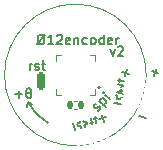
<source format=gto>
G04 #@! TF.GenerationSoftware,KiCad,Pcbnew,7.0.7*
G04 #@! TF.CreationDate,2024-03-10T20:01:59-05:00*
G04 #@! TF.ProjectId,O12encoder,4f313265-6e63-46f6-9465-722e6b696361,1*
G04 #@! TF.SameCoordinates,Original*
G04 #@! TF.FileFunction,Legend,Top*
G04 #@! TF.FilePolarity,Positive*
%FSLAX46Y46*%
G04 Gerber Fmt 4.6, Leading zero omitted, Abs format (unit mm)*
G04 Created by KiCad (PCBNEW 7.0.7) date 2024-03-10 20:01:59*
%MOMM*%
%LPD*%
G01*
G04 APERTURE LIST*
G04 Aperture macros list*
%AMRoundRect*
0 Rectangle with rounded corners*
0 $1 Rounding radius*
0 $2 $3 $4 $5 $6 $7 $8 $9 X,Y pos of 4 corners*
0 Add a 4 corners polygon primitive as box body*
4,1,4,$2,$3,$4,$5,$6,$7,$8,$9,$2,$3,0*
0 Add four circle primitives for the rounded corners*
1,1,$1+$1,$2,$3*
1,1,$1+$1,$4,$5*
1,1,$1+$1,$6,$7*
1,1,$1+$1,$8,$9*
0 Add four rect primitives between the rounded corners*
20,1,$1+$1,$2,$3,$4,$5,0*
20,1,$1+$1,$4,$5,$6,$7,0*
20,1,$1+$1,$6,$7,$8,$9,0*
20,1,$1+$1,$8,$9,$2,$3,0*%
G04 Aperture macros list end*
%ADD10C,0.150000*%
%ADD11C,0.100000*%
%ADD12C,0.120000*%
%ADD13C,0.200000*%
%ADD14RoundRect,0.150000X0.150000X0.600000X-0.150000X0.600000X-0.150000X-0.600000X0.150000X-0.600000X0*%
%ADD15RoundRect,0.140000X-0.140000X-0.170000X0.140000X-0.170000X0.140000X0.170000X-0.140000X0.170000X0*%
%ADD16RoundRect,0.075000X-0.912893X0.166963X0.874070X-0.311852X0.912893X-0.166963X-0.874070X0.311852X0*%
%ADD17R,0.711200X0.254000*%
%ADD18R,0.254000X0.711200*%
%ADD19R,1.701800X1.701800*%
%ADD20RoundRect,0.075000X0.311852X-0.874070X-0.166963X0.912893X-0.311852X0.874070X0.166963X-0.912893X0*%
G04 APERTURE END LIST*
D10*
X52962969Y-47820961D02*
X53153445Y-48354295D01*
X53153445Y-48354295D02*
X53343922Y-47820961D01*
X53610588Y-47630485D02*
X53648684Y-47592390D01*
X53648684Y-47592390D02*
X53724874Y-47554295D01*
X53724874Y-47554295D02*
X53915350Y-47554295D01*
X53915350Y-47554295D02*
X53991541Y-47592390D01*
X53991541Y-47592390D02*
X54029636Y-47630485D01*
X54029636Y-47630485D02*
X54067731Y-47706676D01*
X54067731Y-47706676D02*
X54067731Y-47782866D01*
X54067731Y-47782866D02*
X54029636Y-47897152D01*
X54029636Y-47897152D02*
X53572493Y-48354295D01*
X53572493Y-48354295D02*
X54067731Y-48354295D01*
X49944451Y-54629486D02*
X49786694Y-54040731D01*
X50672593Y-53861845D02*
X50711423Y-54006739D01*
X51650165Y-53542268D02*
X51544096Y-53725979D01*
X50497874Y-54378912D02*
X50517288Y-54451350D01*
X50952902Y-53942030D02*
X51004668Y-54135218D01*
X51413712Y-54156063D02*
X51519779Y-53972353D01*
X50386838Y-53975801D02*
X50164768Y-54112949D01*
X50763183Y-54199921D02*
X50808474Y-54368960D01*
X51284301Y-53673098D02*
X51413712Y-54156063D01*
X50226236Y-54342354D02*
X50490366Y-54362171D01*
X51650165Y-53542268D02*
X51833876Y-53648333D01*
X51004668Y-54135218D02*
X50763183Y-54199921D01*
X51413712Y-54156063D02*
X51230000Y-54050000D01*
X50164768Y-54112949D02*
X50226236Y-54342354D01*
X51779570Y-54025230D02*
X51650165Y-53542268D01*
X52414451Y-53959486D02*
X52256694Y-53370731D01*
X52629950Y-53586231D02*
X52041195Y-53743987D01*
X50711423Y-54006739D02*
X50952902Y-53942030D01*
X50367427Y-53903355D02*
X50386838Y-53975801D01*
X53746733Y-52073712D02*
X53895961Y-51854880D01*
X53698677Y-51485721D02*
X53763377Y-51244239D01*
X54051856Y-50926967D02*
X53945790Y-50743257D01*
X53891857Y-51537485D02*
X54060896Y-51582779D01*
X53517329Y-52012243D02*
X53746733Y-52073712D01*
X53914211Y-51856744D02*
X53986653Y-51876151D01*
X53553782Y-51446900D02*
X53698677Y-51485721D01*
X54051856Y-50926967D02*
X53868145Y-51033035D01*
X54121481Y-50544705D02*
X53638519Y-50415295D01*
X53638519Y-50415295D02*
X53822229Y-50309230D01*
X45991735Y-52308517D02*
X46361617Y-52438955D01*
X53437145Y-51731937D02*
X53509587Y-51751348D01*
X53568891Y-50797559D02*
X54051856Y-50926967D01*
X53509587Y-51751348D02*
X53517329Y-52012243D01*
X45991735Y-52308517D02*
X45917479Y-52713253D01*
X53763377Y-51244239D02*
X53956564Y-51296002D01*
X53956564Y-51296002D02*
X53891857Y-51537485D01*
X53638519Y-50415295D02*
X53744583Y-50599009D01*
D11*
X56000000Y-50000000D02*
G75*
G03*
X56000000Y-50000000I-6000000J0D01*
G01*
D10*
X45991755Y-52308506D02*
G75*
G03*
X47674412Y-54054216I3874744J2050998D01*
G01*
X47402493Y-46594295D02*
X46792969Y-47394295D01*
X47021541Y-47394295D02*
X46945350Y-47356200D01*
X46945350Y-47356200D02*
X46869160Y-47280009D01*
X46869160Y-47280009D02*
X46831064Y-47127628D01*
X46831064Y-47127628D02*
X46831064Y-46860961D01*
X46831064Y-46860961D02*
X46869160Y-46708580D01*
X46869160Y-46708580D02*
X46945350Y-46632390D01*
X46945350Y-46632390D02*
X47021541Y-46594295D01*
X47021541Y-46594295D02*
X47173922Y-46594295D01*
X47173922Y-46594295D02*
X47250112Y-46632390D01*
X47250112Y-46632390D02*
X47326303Y-46708580D01*
X47326303Y-46708580D02*
X47364398Y-46860961D01*
X47364398Y-46860961D02*
X47364398Y-47127628D01*
X47364398Y-47127628D02*
X47326303Y-47280009D01*
X47326303Y-47280009D02*
X47250112Y-47356200D01*
X47250112Y-47356200D02*
X47173922Y-47394295D01*
X47173922Y-47394295D02*
X47021541Y-47394295D01*
X48126302Y-47394295D02*
X47669159Y-47394295D01*
X47897731Y-47394295D02*
X47897731Y-46594295D01*
X47897731Y-46594295D02*
X47821540Y-46708580D01*
X47821540Y-46708580D02*
X47745350Y-46784771D01*
X47745350Y-46784771D02*
X47669159Y-46822866D01*
X48431064Y-46670485D02*
X48469160Y-46632390D01*
X48469160Y-46632390D02*
X48545350Y-46594295D01*
X48545350Y-46594295D02*
X48735826Y-46594295D01*
X48735826Y-46594295D02*
X48812017Y-46632390D01*
X48812017Y-46632390D02*
X48850112Y-46670485D01*
X48850112Y-46670485D02*
X48888207Y-46746676D01*
X48888207Y-46746676D02*
X48888207Y-46822866D01*
X48888207Y-46822866D02*
X48850112Y-46937152D01*
X48850112Y-46937152D02*
X48392969Y-47394295D01*
X48392969Y-47394295D02*
X48888207Y-47394295D01*
X49535827Y-47356200D02*
X49459636Y-47394295D01*
X49459636Y-47394295D02*
X49307255Y-47394295D01*
X49307255Y-47394295D02*
X49231065Y-47356200D01*
X49231065Y-47356200D02*
X49192969Y-47280009D01*
X49192969Y-47280009D02*
X49192969Y-46975247D01*
X49192969Y-46975247D02*
X49231065Y-46899057D01*
X49231065Y-46899057D02*
X49307255Y-46860961D01*
X49307255Y-46860961D02*
X49459636Y-46860961D01*
X49459636Y-46860961D02*
X49535827Y-46899057D01*
X49535827Y-46899057D02*
X49573922Y-46975247D01*
X49573922Y-46975247D02*
X49573922Y-47051438D01*
X49573922Y-47051438D02*
X49192969Y-47127628D01*
X49916779Y-46860961D02*
X49916779Y-47394295D01*
X49916779Y-46937152D02*
X49954874Y-46899057D01*
X49954874Y-46899057D02*
X50031064Y-46860961D01*
X50031064Y-46860961D02*
X50145350Y-46860961D01*
X50145350Y-46860961D02*
X50221541Y-46899057D01*
X50221541Y-46899057D02*
X50259636Y-46975247D01*
X50259636Y-46975247D02*
X50259636Y-47394295D01*
X50983446Y-47356200D02*
X50907255Y-47394295D01*
X50907255Y-47394295D02*
X50754874Y-47394295D01*
X50754874Y-47394295D02*
X50678684Y-47356200D01*
X50678684Y-47356200D02*
X50640589Y-47318104D01*
X50640589Y-47318104D02*
X50602493Y-47241914D01*
X50602493Y-47241914D02*
X50602493Y-47013342D01*
X50602493Y-47013342D02*
X50640589Y-46937152D01*
X50640589Y-46937152D02*
X50678684Y-46899057D01*
X50678684Y-46899057D02*
X50754874Y-46860961D01*
X50754874Y-46860961D02*
X50907255Y-46860961D01*
X50907255Y-46860961D02*
X50983446Y-46899057D01*
X51440588Y-47394295D02*
X51364398Y-47356200D01*
X51364398Y-47356200D02*
X51326303Y-47318104D01*
X51326303Y-47318104D02*
X51288207Y-47241914D01*
X51288207Y-47241914D02*
X51288207Y-47013342D01*
X51288207Y-47013342D02*
X51326303Y-46937152D01*
X51326303Y-46937152D02*
X51364398Y-46899057D01*
X51364398Y-46899057D02*
X51440588Y-46860961D01*
X51440588Y-46860961D02*
X51554874Y-46860961D01*
X51554874Y-46860961D02*
X51631065Y-46899057D01*
X51631065Y-46899057D02*
X51669160Y-46937152D01*
X51669160Y-46937152D02*
X51707255Y-47013342D01*
X51707255Y-47013342D02*
X51707255Y-47241914D01*
X51707255Y-47241914D02*
X51669160Y-47318104D01*
X51669160Y-47318104D02*
X51631065Y-47356200D01*
X51631065Y-47356200D02*
X51554874Y-47394295D01*
X51554874Y-47394295D02*
X51440588Y-47394295D01*
X52392970Y-47394295D02*
X52392970Y-46594295D01*
X52392970Y-47356200D02*
X52316779Y-47394295D01*
X52316779Y-47394295D02*
X52164398Y-47394295D01*
X52164398Y-47394295D02*
X52088208Y-47356200D01*
X52088208Y-47356200D02*
X52050113Y-47318104D01*
X52050113Y-47318104D02*
X52012017Y-47241914D01*
X52012017Y-47241914D02*
X52012017Y-47013342D01*
X52012017Y-47013342D02*
X52050113Y-46937152D01*
X52050113Y-46937152D02*
X52088208Y-46899057D01*
X52088208Y-46899057D02*
X52164398Y-46860961D01*
X52164398Y-46860961D02*
X52316779Y-46860961D01*
X52316779Y-46860961D02*
X52392970Y-46899057D01*
X53078685Y-47356200D02*
X53002494Y-47394295D01*
X53002494Y-47394295D02*
X52850113Y-47394295D01*
X52850113Y-47394295D02*
X52773923Y-47356200D01*
X52773923Y-47356200D02*
X52735827Y-47280009D01*
X52735827Y-47280009D02*
X52735827Y-46975247D01*
X52735827Y-46975247D02*
X52773923Y-46899057D01*
X52773923Y-46899057D02*
X52850113Y-46860961D01*
X52850113Y-46860961D02*
X53002494Y-46860961D01*
X53002494Y-46860961D02*
X53078685Y-46899057D01*
X53078685Y-46899057D02*
X53116780Y-46975247D01*
X53116780Y-46975247D02*
X53116780Y-47051438D01*
X53116780Y-47051438D02*
X52735827Y-47127628D01*
X53459637Y-47394295D02*
X53459637Y-46860961D01*
X53459637Y-47013342D02*
X53497732Y-46937152D01*
X53497732Y-46937152D02*
X53535827Y-46899057D01*
X53535827Y-46899057D02*
X53612018Y-46860961D01*
X53612018Y-46860961D02*
X53688208Y-46860961D01*
X44899160Y-51629533D02*
X45508684Y-51629533D01*
X45203922Y-51934295D02*
X45203922Y-51324771D01*
X45851540Y-51515247D02*
X46270588Y-51515247D01*
X46003921Y-51134295D02*
X46118207Y-51134295D01*
X46118207Y-51134295D02*
X46194398Y-51172390D01*
X46194398Y-51172390D02*
X46232493Y-51210485D01*
X46232493Y-51210485D02*
X46270588Y-51324771D01*
X46270588Y-51324771D02*
X46270588Y-51743819D01*
X46270588Y-51743819D02*
X46232493Y-51858104D01*
X46232493Y-51858104D02*
X46194398Y-51896200D01*
X46194398Y-51896200D02*
X46118207Y-51934295D01*
X46118207Y-51934295D02*
X46003921Y-51934295D01*
X46003921Y-51934295D02*
X45927731Y-51896200D01*
X45927731Y-51896200D02*
X45889636Y-51858104D01*
X45889636Y-51858104D02*
X45851540Y-51743819D01*
X45851540Y-51743819D02*
X45851540Y-51324771D01*
X45851540Y-51324771D02*
X45889636Y-51210485D01*
X45889636Y-51210485D02*
X45927731Y-51172390D01*
X45927731Y-51172390D02*
X46003921Y-51134295D01*
X51885847Y-53010788D02*
X51966659Y-52983850D01*
X51966659Y-52983850D02*
X52074409Y-52876101D01*
X52074409Y-52876101D02*
X52101346Y-52795289D01*
X52101346Y-52795289D02*
X52074409Y-52714476D01*
X52074409Y-52714476D02*
X52047472Y-52687539D01*
X52047472Y-52687539D02*
X51966659Y-52660602D01*
X51966659Y-52660602D02*
X51885847Y-52687539D01*
X51885847Y-52687539D02*
X51805035Y-52768351D01*
X51805035Y-52768351D02*
X51724223Y-52795289D01*
X51724223Y-52795289D02*
X51643411Y-52768351D01*
X51643411Y-52768351D02*
X51616473Y-52741414D01*
X51616473Y-52741414D02*
X51589536Y-52660602D01*
X51589536Y-52660602D02*
X51616473Y-52579789D01*
X51616473Y-52579789D02*
X51697285Y-52498977D01*
X51697285Y-52498977D02*
X51778098Y-52472040D01*
X52020534Y-52175728D02*
X52586220Y-52741414D01*
X52047472Y-52202666D02*
X52074409Y-52121854D01*
X52074409Y-52121854D02*
X52182159Y-52014104D01*
X52182159Y-52014104D02*
X52262971Y-51987167D01*
X52262971Y-51987167D02*
X52316846Y-51987167D01*
X52316846Y-51987167D02*
X52397658Y-52014104D01*
X52397658Y-52014104D02*
X52559282Y-52175728D01*
X52559282Y-52175728D02*
X52586220Y-52256541D01*
X52586220Y-52256541D02*
X52586220Y-52310415D01*
X52586220Y-52310415D02*
X52559282Y-52391228D01*
X52559282Y-52391228D02*
X52451533Y-52498977D01*
X52451533Y-52498977D02*
X52370720Y-52525915D01*
X52909469Y-52041041D02*
X52532345Y-51663917D01*
X52343783Y-51475356D02*
X52343783Y-51529230D01*
X52343783Y-51529230D02*
X52397658Y-51529230D01*
X52397658Y-51529230D02*
X52397658Y-51475356D01*
X52397658Y-51475356D02*
X52343783Y-51475356D01*
X52343783Y-51475356D02*
X52397658Y-51529230D01*
X55370731Y-53506694D02*
X55959486Y-53664451D01*
X54569268Y-49883305D02*
X53980513Y-49725548D01*
X54353768Y-49510049D02*
X54196012Y-50098804D01*
X56450731Y-49696694D02*
X57039486Y-49854451D01*
X56666231Y-50069950D02*
X56823987Y-49481195D01*
X53843479Y-52490049D02*
X53254724Y-52332292D01*
X46119160Y-49574295D02*
X46119160Y-49040961D01*
X46119160Y-49193342D02*
X46157255Y-49117152D01*
X46157255Y-49117152D02*
X46195350Y-49079057D01*
X46195350Y-49079057D02*
X46271541Y-49040961D01*
X46271541Y-49040961D02*
X46347731Y-49040961D01*
X46576302Y-49536200D02*
X46652493Y-49574295D01*
X46652493Y-49574295D02*
X46804874Y-49574295D01*
X46804874Y-49574295D02*
X46881064Y-49536200D01*
X46881064Y-49536200D02*
X46919160Y-49460009D01*
X46919160Y-49460009D02*
X46919160Y-49421914D01*
X46919160Y-49421914D02*
X46881064Y-49345723D01*
X46881064Y-49345723D02*
X46804874Y-49307628D01*
X46804874Y-49307628D02*
X46690588Y-49307628D01*
X46690588Y-49307628D02*
X46614398Y-49269533D01*
X46614398Y-49269533D02*
X46576302Y-49193342D01*
X46576302Y-49193342D02*
X46576302Y-49155247D01*
X46576302Y-49155247D02*
X46614398Y-49079057D01*
X46614398Y-49079057D02*
X46690588Y-49040961D01*
X46690588Y-49040961D02*
X46804874Y-49040961D01*
X46804874Y-49040961D02*
X46881064Y-49079057D01*
X47147731Y-49040961D02*
X47452493Y-49040961D01*
X47262017Y-48774295D02*
X47262017Y-49460009D01*
X47262017Y-49460009D02*
X47300112Y-49536200D01*
X47300112Y-49536200D02*
X47376302Y-49574295D01*
X47376302Y-49574295D02*
X47452493Y-49574295D01*
D12*
X49892164Y-52190000D02*
X50107836Y-52190000D01*
X49892164Y-52910000D02*
X50107836Y-52910000D01*
X51676400Y-51676400D02*
X51676400Y-51209741D01*
X51676400Y-48790259D02*
X51676400Y-48323600D01*
X51676400Y-48323600D02*
X51209741Y-48323600D01*
X51209741Y-51676400D02*
X51676400Y-51676400D01*
X48790259Y-48323600D02*
X48323600Y-48323600D01*
X48323600Y-51676400D02*
X48790259Y-51676400D01*
X48323600Y-51209741D02*
X48323600Y-51676400D01*
X48323600Y-48323600D02*
X48323600Y-48790259D01*
D13*
X52100000Y-51050000D02*
G75*
G03*
X52100000Y-51050000I-100000J0D01*
G01*
%LPC*%
D14*
X47050000Y-50500000D03*
D15*
X49520000Y-52550000D03*
X50480000Y-52550000D03*
D16*
X55773524Y-50242593D03*
X55644114Y-50725556D03*
X55514705Y-51208519D03*
X55385295Y-51691482D03*
X55255886Y-52174445D03*
X55126476Y-52657408D03*
D17*
X51450000Y-50750001D03*
X51450000Y-50250000D03*
X51450000Y-49750000D03*
X51450000Y-49249999D03*
D18*
X50750001Y-48550000D03*
X50250000Y-48550000D03*
X49750000Y-48550000D03*
X49249999Y-48550000D03*
D17*
X48550000Y-49249999D03*
X48550000Y-49750000D03*
X48550000Y-50250000D03*
X48550000Y-50750001D03*
D18*
X49249999Y-51450000D03*
X49750000Y-51450000D03*
X50250000Y-51450000D03*
X50750001Y-51450000D03*
D19*
X50000000Y-50000000D03*
D20*
X52657408Y-55126476D03*
X52174445Y-55255886D03*
X51691482Y-55385295D03*
X51208519Y-55514705D03*
X50725556Y-55644114D03*
X50242593Y-55773524D03*
%LPD*%
M02*

</source>
